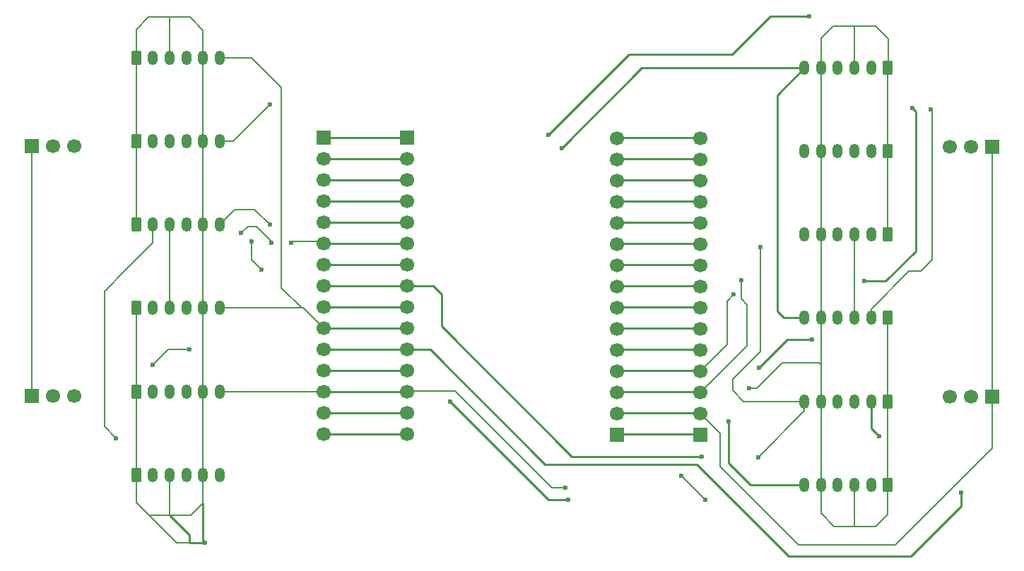
<source format=gbr>
%TF.GenerationSoftware,KiCad,Pcbnew,9.0.7*%
%TF.CreationDate,2026-02-06T13:42:45-05:00*%
%TF.ProjectId,ESP_Breakout,4553505f-4272-4656-916b-6f75742e6b69,rev?*%
%TF.SameCoordinates,Original*%
%TF.FileFunction,Copper,L2,Bot*%
%TF.FilePolarity,Positive*%
%FSLAX46Y46*%
G04 Gerber Fmt 4.6, Leading zero omitted, Abs format (unit mm)*
G04 Created by KiCad (PCBNEW 9.0.7) date 2026-02-06 13:42:45*
%MOMM*%
%LPD*%
G01*
G04 APERTURE LIST*
G04 Aperture macros list*
%AMRoundRect*
0 Rectangle with rounded corners*
0 $1 Rounding radius*
0 $2 $3 $4 $5 $6 $7 $8 $9 X,Y pos of 4 corners*
0 Add a 4 corners polygon primitive as box body*
4,1,4,$2,$3,$4,$5,$6,$7,$8,$9,$2,$3,0*
0 Add four circle primitives for the rounded corners*
1,1,$1+$1,$2,$3*
1,1,$1+$1,$4,$5*
1,1,$1+$1,$6,$7*
1,1,$1+$1,$8,$9*
0 Add four rect primitives between the rounded corners*
20,1,$1+$1,$2,$3,$4,$5,0*
20,1,$1+$1,$4,$5,$6,$7,0*
20,1,$1+$1,$6,$7,$8,$9,0*
20,1,$1+$1,$8,$9,$2,$3,0*%
G04 Aperture macros list end*
%TA.AperFunction,ComponentPad*%
%ADD10R,1.700000X1.700000*%
%TD*%
%TA.AperFunction,ComponentPad*%
%ADD11C,1.700000*%
%TD*%
%TA.AperFunction,ComponentPad*%
%ADD12RoundRect,0.250000X-0.350000X-0.625000X0.350000X-0.625000X0.350000X0.625000X-0.350000X0.625000X0*%
%TD*%
%TA.AperFunction,ComponentPad*%
%ADD13O,1.200000X1.750000*%
%TD*%
%TA.AperFunction,ComponentPad*%
%ADD14RoundRect,0.250000X0.350000X0.625000X-0.350000X0.625000X-0.350000X-0.625000X0.350000X-0.625000X0*%
%TD*%
%TA.AperFunction,ViaPad*%
%ADD15C,0.600000*%
%TD*%
%TA.AperFunction,Conductor*%
%ADD16C,0.250000*%
%TD*%
%TA.AperFunction,Conductor*%
%ADD17C,0.200000*%
%TD*%
G04 APERTURE END LIST*
D10*
%TO.P,J5,1,Pin_1*%
%TO.N,+3.3V*%
X213990000Y-94450000D03*
D11*
%TO.P,J5,2,Pin_2*%
%TO.N,Net-(J5-Pin_2)*%
X211450000Y-94450000D03*
%TO.P,J5,3,Pin_3*%
%TO.N,GND*%
X208910000Y-94450000D03*
%TD*%
D12*
%TO.P,J_Drive4,1,1*%
%TO.N,GND*%
X111400000Y-93810000D03*
D13*
%TO.P,J_Drive4,2,2*%
%TO.N,/Drive_Ena+*%
X113400000Y-93810000D03*
%TO.P,J_Drive4,3,3*%
%TO.N,Net-(J6-Pin_2)*%
X115400000Y-93810000D03*
%TO.P,J_Drive4,4,4*%
%TO.N,/Drive_Dir+*%
X117400000Y-93810000D03*
%TO.P,J_Drive4,5,5*%
%TO.N,GND*%
X119400000Y-93810000D03*
%TO.P,J_Drive4,6,6*%
%TO.N,/Drive_Pul+*%
X121400000Y-93810000D03*
%TD*%
D12*
%TO.P,J_Turn1,1,1*%
%TO.N,GND*%
X111400000Y-73810000D03*
D13*
%TO.P,J_Turn1,2,2*%
%TO.N,/Turn_Ena+*%
X113400000Y-73810000D03*
%TO.P,J_Turn1,3,3*%
%TO.N,GND*%
X115400000Y-73810000D03*
%TO.P,J_Turn1,4,4*%
%TO.N,/Turn1_Dir+*%
X117400000Y-73810000D03*
%TO.P,J_Turn1,5,5*%
%TO.N,GND*%
X119400000Y-73810000D03*
%TO.P,J_Turn1,6,6*%
%TO.N,/Turn1_Pul+*%
X121400000Y-73810000D03*
%TD*%
D10*
%TO.P,J8,1,Pin_1*%
%TO.N,Net-(J1-Pin_1)*%
X133850000Y-63410000D03*
D11*
%TO.P,J8,2,Pin_2*%
%TO.N,Net-(J1-Pin_2)*%
X133850000Y-65950000D03*
%TO.P,J8,3,Pin_3*%
%TO.N,Net-(J1-Pin_3)*%
X133850000Y-68490000D03*
%TO.P,J8,4,Pin_4*%
%TO.N,Net-(J1-Pin_4)*%
X133850000Y-71030000D03*
%TO.P,J8,5,Pin_5*%
%TO.N,Net-(J1-Pin_5)*%
X133850000Y-73570000D03*
%TO.P,J8,6,Pin_6*%
%TO.N,/Turn1_Dir+*%
X133850000Y-76110000D03*
%TO.P,J8,7,Pin_7*%
%TO.N,/Turn1_Pul+*%
X133850000Y-78650000D03*
%TO.P,J8,8,Pin_8*%
%TO.N,/Lift_Ena+*%
X133850000Y-81190000D03*
%TO.P,J8,9,Pin_9*%
%TO.N,/Lift_Dir+*%
X133850000Y-83730000D03*
%TO.P,J8,10,Pin_10*%
%TO.N,/Lift_Pul+*%
X133850000Y-86270000D03*
%TO.P,J8,11,Pin_11*%
%TO.N,/Drive_Ena+*%
X133850000Y-88810000D03*
%TO.P,J8,12,Pin_12*%
%TO.N,/Drive_Dir+*%
X133850000Y-91350000D03*
%TO.P,J8,13,Pin_13*%
%TO.N,/Drive_Pul+*%
X133850000Y-93890000D03*
%TO.P,J8,14,Pin_14*%
%TO.N,Net-(J1-Pin_14)*%
X133850000Y-96430000D03*
%TO.P,J8,15,Pin_15*%
%TO.N,Net-(J1-Pin_15)*%
X133850000Y-98970000D03*
%TD*%
D12*
%TO.P,J_Lift4,1,1*%
%TO.N,GND*%
X111400000Y-83810000D03*
D13*
%TO.P,J_Lift4,2,2*%
%TO.N,/Lift_Ena+*%
X113400000Y-83810000D03*
%TO.P,J_Lift4,3,3*%
%TO.N,GND*%
X115400000Y-83810000D03*
%TO.P,J_Lift4,4,4*%
%TO.N,/Lift_Dir+*%
X117400000Y-83810000D03*
%TO.P,J_Lift4,5,5*%
%TO.N,GND*%
X119400000Y-83810000D03*
%TO.P,J_Lift4,6,6*%
%TO.N,/Lift_Pul+*%
X121400000Y-83810000D03*
%TD*%
D14*
%TO.P,J_Turn2,1,1*%
%TO.N,GND*%
X201450000Y-75000000D03*
D13*
%TO.P,J_Turn2,2,2*%
%TO.N,/Turn_Ena+*%
X199450000Y-75000000D03*
%TO.P,J_Turn2,3,3*%
%TO.N,GND*%
X197450000Y-75000000D03*
%TO.P,J_Turn2,4,4*%
%TO.N,/Turn2_Dir+*%
X195450000Y-75000000D03*
%TO.P,J_Turn2,5,5*%
%TO.N,GND*%
X193450000Y-75000000D03*
%TO.P,J_Turn2,6,6*%
%TO.N,/Turn2_Pul+*%
X191450000Y-75000000D03*
%TD*%
D12*
%TO.P,J_Drive1,1,1*%
%TO.N,GND*%
X111400000Y-63810000D03*
D13*
%TO.P,J_Drive1,2,2*%
%TO.N,/Drive_Ena+*%
X113400000Y-63810000D03*
%TO.P,J_Drive1,3,3*%
%TO.N,Net-(J3-Pin_2)*%
X115400000Y-63810000D03*
%TO.P,J_Drive1,4,4*%
%TO.N,/Drive_Dir+*%
X117400000Y-63810000D03*
%TO.P,J_Drive1,5,5*%
%TO.N,GND*%
X119400000Y-63810000D03*
%TO.P,J_Drive1,6,6*%
%TO.N,/Drive_Pul+*%
X121400000Y-63810000D03*
%TD*%
D14*
%TO.P,J_Drive3,1,1*%
%TO.N,GND*%
X201450000Y-95000000D03*
D13*
%TO.P,J_Drive3,2,2*%
%TO.N,/Drive_Ena+*%
X199450000Y-95000000D03*
%TO.P,J_Drive3,3,3*%
%TO.N,Net-(J5-Pin_2)*%
X197450000Y-95000000D03*
%TO.P,J_Drive3,4,4*%
%TO.N,/Drive_Dir+*%
X195450000Y-95000000D03*
%TO.P,J_Drive3,5,5*%
%TO.N,GND*%
X193450000Y-95000000D03*
%TO.P,J_Drive3,6,6*%
%TO.N,/Drive_Pul+*%
X191450000Y-95000000D03*
%TD*%
D10*
%TO.P,J2,1,Pin_1*%
%TO.N,GND*%
X169000000Y-99000000D03*
D11*
%TO.P,J2,2,Pin_2*%
%TO.N,+3.3V*%
X169000000Y-96460000D03*
%TO.P,J2,3,Pin_3*%
%TO.N,/Turn2_Pul+*%
X169000000Y-93920000D03*
%TO.P,J2,4,Pin_4*%
%TO.N,/Turn2_Dir+*%
X169000000Y-91380000D03*
%TO.P,J2,5,Pin_5*%
%TO.N,/Turn3_Pul+*%
X169000000Y-88840000D03*
%TO.P,J2,6,Pin_6*%
%TO.N,/Turn3_Dir+*%
X169000000Y-86300000D03*
%TO.P,J2,7,Pin_7*%
%TO.N,/Turn_Ena+*%
X169000000Y-83760000D03*
%TO.P,J2,8,Pin_8*%
%TO.N,Net-(J2-Pin_8)*%
X169000000Y-81220000D03*
%TO.P,J2,9,Pin_9*%
%TO.N,Net-(J2-Pin_9)*%
X169000000Y-78680000D03*
%TO.P,J2,10,Pin_10*%
%TO.N,Net-(J2-Pin_10)*%
X169000000Y-76140000D03*
%TO.P,J2,11,Pin_11*%
%TO.N,/Turn4_Dir+*%
X169000000Y-73600000D03*
%TO.P,J2,12,Pin_12*%
%TO.N,Net-(J2-Pin_12)*%
X169000000Y-71060000D03*
%TO.P,J2,13,Pin_13*%
%TO.N,Net-(J2-Pin_13)*%
X169000000Y-68520000D03*
%TO.P,J2,14,Pin_14*%
%TO.N,/Turn4_Pul+*%
X169000000Y-65980000D03*
%TO.P,J2,15,Pin_15*%
%TO.N,Net-(J2-Pin_15)*%
X169000000Y-63440000D03*
%TD*%
D14*
%TO.P,J_Lift3,1,1*%
%TO.N,GND*%
X201450000Y-85000000D03*
D13*
%TO.P,J_Lift3,2,2*%
%TO.N,/Lift_Ena+*%
X199450000Y-85000000D03*
%TO.P,J_Lift3,3,3*%
%TO.N,GND*%
X197450000Y-85000000D03*
%TO.P,J_Lift3,4,4*%
%TO.N,/Lift_Dir+*%
X195450000Y-85000000D03*
%TO.P,J_Lift3,5,5*%
%TO.N,GND*%
X193450000Y-85000000D03*
%TO.P,J_Lift3,6,6*%
%TO.N,/Lift_Pul+*%
X191450000Y-85000000D03*
%TD*%
D10*
%TO.P,J3,1,Pin_1*%
%TO.N,+3.3V*%
X98860000Y-64360000D03*
D11*
%TO.P,J3,2,Pin_2*%
%TO.N,Net-(J3-Pin_2)*%
X101400000Y-64360000D03*
%TO.P,J3,3,Pin_3*%
%TO.N,GND*%
X103940000Y-64360000D03*
%TD*%
D10*
%TO.P,J1,1,Pin_1*%
%TO.N,Net-(J1-Pin_1)*%
X143850000Y-63410000D03*
D11*
%TO.P,J1,2,Pin_2*%
%TO.N,Net-(J1-Pin_2)*%
X143850000Y-65950000D03*
%TO.P,J1,3,Pin_3*%
%TO.N,Net-(J1-Pin_3)*%
X143850000Y-68490000D03*
%TO.P,J1,4,Pin_4*%
%TO.N,Net-(J1-Pin_4)*%
X143850000Y-71030000D03*
%TO.P,J1,5,Pin_5*%
%TO.N,Net-(J1-Pin_5)*%
X143850000Y-73570000D03*
%TO.P,J1,6,Pin_6*%
%TO.N,/Turn1_Dir+*%
X143850000Y-76110000D03*
%TO.P,J1,7,Pin_7*%
%TO.N,/Turn1_Pul+*%
X143850000Y-78650000D03*
%TO.P,J1,8,Pin_8*%
%TO.N,/Lift_Ena+*%
X143850000Y-81190000D03*
%TO.P,J1,9,Pin_9*%
%TO.N,/Lift_Dir+*%
X143850000Y-83730000D03*
%TO.P,J1,10,Pin_10*%
%TO.N,/Lift_Pul+*%
X143850000Y-86270000D03*
%TO.P,J1,11,Pin_11*%
%TO.N,/Drive_Ena+*%
X143850000Y-88810000D03*
%TO.P,J1,12,Pin_12*%
%TO.N,/Drive_Dir+*%
X143850000Y-91350000D03*
%TO.P,J1,13,Pin_13*%
%TO.N,/Drive_Pul+*%
X143850000Y-93890000D03*
%TO.P,J1,14,Pin_14*%
%TO.N,Net-(J1-Pin_14)*%
X143850000Y-96430000D03*
%TO.P,J1,15,Pin_15*%
%TO.N,Net-(J1-Pin_15)*%
X143850000Y-98970000D03*
%TD*%
D10*
%TO.P,J6,1,Pin_1*%
%TO.N,+3.3V*%
X98860000Y-94360000D03*
D11*
%TO.P,J6,2,Pin_2*%
%TO.N,Net-(J6-Pin_2)*%
X101400000Y-94360000D03*
%TO.P,J6,3,Pin_3*%
%TO.N,GND*%
X103940000Y-94360000D03*
%TD*%
D12*
%TO.P,J_Turn4,1,1*%
%TO.N,GND*%
X111400000Y-103810000D03*
D13*
%TO.P,J_Turn4,2,2*%
%TO.N,/Turn_Ena+*%
X113400000Y-103810000D03*
%TO.P,J_Turn4,3,3*%
%TO.N,GND*%
X115400000Y-103810000D03*
%TO.P,J_Turn4,4,4*%
%TO.N,/Turn4_Dir+*%
X117400000Y-103810000D03*
%TO.P,J_Turn4,5,5*%
%TO.N,GND*%
X119400000Y-103810000D03*
%TO.P,J_Turn4,6,6*%
%TO.N,/Turn4_Pul+*%
X121400000Y-103810000D03*
%TD*%
D14*
%TO.P,J_Turn3,1,1*%
%TO.N,GND*%
X201450000Y-105000000D03*
D13*
%TO.P,J_Turn3,2,2*%
%TO.N,/Turn_Ena+*%
X199450000Y-105000000D03*
%TO.P,J_Turn3,3,3*%
%TO.N,GND*%
X197450000Y-105000000D03*
%TO.P,J_Turn3,4,4*%
%TO.N,/Turn3_Dir+*%
X195450000Y-105000000D03*
%TO.P,J_Turn3,5,5*%
%TO.N,GND*%
X193450000Y-105000000D03*
%TO.P,J_Turn3,6,6*%
%TO.N,/Turn3_Pul+*%
X191450000Y-105000000D03*
%TD*%
D14*
%TO.P,J_Lift2,1,1*%
%TO.N,GND*%
X201450000Y-55000000D03*
D13*
%TO.P,J_Lift2,2,2*%
%TO.N,/Lift_Ena+*%
X199450000Y-55000000D03*
%TO.P,J_Lift2,3,3*%
%TO.N,GND*%
X197450000Y-55000000D03*
%TO.P,J_Lift2,4,4*%
%TO.N,/Lift_Dir+*%
X195450000Y-55000000D03*
%TO.P,J_Lift2,5,5*%
%TO.N,GND*%
X193450000Y-55000000D03*
%TO.P,J_Lift2,6,6*%
%TO.N,/Lift_Pul+*%
X191450000Y-55000000D03*
%TD*%
D12*
%TO.P,J_Lift1,1,1*%
%TO.N,GND*%
X111400000Y-53810000D03*
D13*
%TO.P,J_Lift1,2,2*%
%TO.N,/Lift_Ena+*%
X113400000Y-53810000D03*
%TO.P,J_Lift1,3,3*%
%TO.N,GND*%
X115400000Y-53810000D03*
%TO.P,J_Lift1,4,4*%
%TO.N,/Lift_Dir+*%
X117400000Y-53810000D03*
%TO.P,J_Lift1,5,5*%
%TO.N,GND*%
X119400000Y-53810000D03*
%TO.P,J_Lift1,6,6*%
%TO.N,/Lift_Pul+*%
X121400000Y-53810000D03*
%TD*%
D10*
%TO.P,J7,1,Pin_1*%
%TO.N,GND*%
X179000000Y-99000000D03*
D11*
%TO.P,J7,2,Pin_2*%
%TO.N,+3.3V*%
X179000000Y-96460000D03*
%TO.P,J7,3,Pin_3*%
%TO.N,/Turn2_Pul+*%
X179000000Y-93920000D03*
%TO.P,J7,4,Pin_4*%
%TO.N,/Turn2_Dir+*%
X179000000Y-91380000D03*
%TO.P,J7,5,Pin_5*%
%TO.N,/Turn3_Pul+*%
X179000000Y-88840000D03*
%TO.P,J7,6,Pin_6*%
%TO.N,/Turn3_Dir+*%
X179000000Y-86300000D03*
%TO.P,J7,7,Pin_7*%
%TO.N,/Turn_Ena+*%
X179000000Y-83760000D03*
%TO.P,J7,8,Pin_8*%
%TO.N,Net-(J2-Pin_8)*%
X179000000Y-81220000D03*
%TO.P,J7,9,Pin_9*%
%TO.N,Net-(J2-Pin_9)*%
X179000000Y-78680000D03*
%TO.P,J7,10,Pin_10*%
%TO.N,Net-(J2-Pin_10)*%
X179000000Y-76140000D03*
%TO.P,J7,11,Pin_11*%
%TO.N,/Turn4_Dir+*%
X179000000Y-73600000D03*
%TO.P,J7,12,Pin_12*%
%TO.N,Net-(J2-Pin_12)*%
X179000000Y-71060000D03*
%TO.P,J7,13,Pin_13*%
%TO.N,Net-(J2-Pin_13)*%
X179000000Y-68520000D03*
%TO.P,J7,14,Pin_14*%
%TO.N,/Turn4_Pul+*%
X179000000Y-65980000D03*
%TO.P,J7,15,Pin_15*%
%TO.N,Net-(J2-Pin_15)*%
X179000000Y-63440000D03*
%TD*%
D10*
%TO.P,J4,1,Pin_1*%
%TO.N,+3.3V*%
X213990000Y-64450000D03*
D11*
%TO.P,J4,2,Pin_2*%
%TO.N,Net-(J4-Pin_2)*%
X211450000Y-64450000D03*
%TO.P,J4,3,Pin_3*%
%TO.N,GND*%
X208910000Y-64450000D03*
%TD*%
D14*
%TO.P,J_Drive2,1,1*%
%TO.N,GND*%
X201450000Y-65000000D03*
D13*
%TO.P,J_Drive2,2,2*%
%TO.N,/Drive_Ena+*%
X199450000Y-65000000D03*
%TO.P,J_Drive2,3,3*%
%TO.N,Net-(J4-Pin_2)*%
X197450000Y-65000000D03*
%TO.P,J_Drive2,4,4*%
%TO.N,/Drive_Dir+*%
X195450000Y-65000000D03*
%TO.P,J_Drive2,5,5*%
%TO.N,GND*%
X193450000Y-65000000D03*
%TO.P,J_Drive2,6,6*%
%TO.N,/Drive_Pul+*%
X191450000Y-65000000D03*
%TD*%
D15*
%TO.N,/Turn1_Pul+*%
X127390000Y-73810000D03*
%TO.N,/Lift_Dir+*%
X126400000Y-79200000D03*
X204400000Y-59800000D03*
X160800000Y-63000000D03*
X125200000Y-75800000D03*
X198600000Y-80600000D03*
X192000000Y-48800000D03*
%TO.N,/Lift_Ena+*%
X192400000Y-87600000D03*
X206600000Y-60000000D03*
X186000000Y-91000000D03*
X179200000Y-101600000D03*
%TO.N,/Drive_Dir+*%
X163200000Y-106800000D03*
X149000000Y-95000000D03*
%TO.N,/Lift_Pul+*%
X162400000Y-64600000D03*
%TO.N,/Drive_Ena+*%
X117810000Y-88810000D03*
X210200000Y-106000000D03*
X113400000Y-90600000D03*
X200400000Y-99200000D03*
%TO.N,/Turn1_Dir+*%
X124000000Y-74800000D03*
X130000000Y-76000000D03*
X127600000Y-76000000D03*
%TO.N,/Drive_Pul+*%
X127400000Y-59400000D03*
X185900000Y-101700000D03*
X162800000Y-105400000D03*
X186200000Y-76500000D03*
%TO.N,/Turn_Ena+*%
X109000000Y-99400000D03*
%TO.N,/Turn2_Dir+*%
X183000000Y-82200000D03*
%TO.N,/Turn3_Pul+*%
X182400000Y-97400000D03*
%TO.N,/Turn2_Pul+*%
X183900000Y-80500000D03*
%TO.N,/Turn3_Dir+*%
X176700000Y-103900000D03*
X179600000Y-106800000D03*
%TO.N,GND*%
X184800000Y-93400000D03*
X119600000Y-112000000D03*
%TD*%
D16*
%TO.N,Net-(J1-Pin_3)*%
X133850000Y-68490000D02*
X143850000Y-68490000D01*
%TO.N,/Turn1_Pul+*%
X133850000Y-78650000D02*
X143850000Y-78650000D01*
D17*
X123210000Y-72000000D02*
X125580000Y-72000000D01*
X121400000Y-73810000D02*
X123210000Y-72000000D01*
X127390000Y-73810000D02*
X127400000Y-73800000D01*
X125580000Y-72000000D02*
X127390000Y-73810000D01*
D16*
%TO.N,/Lift_Dir+*%
X204800000Y-77000000D02*
X201200000Y-80600000D01*
X133850000Y-83730000D02*
X143850000Y-83730000D01*
X204800000Y-60200000D02*
X204800000Y-77000000D01*
X160800000Y-63000000D02*
X170400000Y-53400000D01*
D17*
X125200000Y-75800000D02*
X125200000Y-78000000D01*
D16*
X204400000Y-59800000D02*
X204800000Y-60200000D01*
D17*
X125200000Y-78000000D02*
X126400000Y-79200000D01*
D16*
X201200000Y-80600000D02*
X198600000Y-80600000D01*
X187400000Y-48800000D02*
X192000000Y-48800000D01*
X170400000Y-53400000D02*
X182800000Y-53400000D01*
X182800000Y-53400000D02*
X187400000Y-48800000D01*
%TO.N,/Lift_Ena+*%
X148000000Y-86000000D02*
X148000000Y-82200000D01*
X186000000Y-91000000D02*
X189400000Y-87600000D01*
X163600000Y-101600000D02*
X148000000Y-86000000D01*
D17*
X204000000Y-79400000D02*
X199450000Y-83950000D01*
D16*
X179200000Y-101600000D02*
X163600000Y-101600000D01*
D17*
X206800000Y-60200000D02*
X206800000Y-78000000D01*
X206800000Y-78000000D02*
X205400000Y-79400000D01*
X205400000Y-79400000D02*
X204000000Y-79400000D01*
D16*
X143850000Y-81190000D02*
X143850000Y-81850000D01*
X133850000Y-81190000D02*
X143850000Y-81190000D01*
D17*
X199450000Y-83950000D02*
X199450000Y-85000000D01*
X206600000Y-60000000D02*
X206800000Y-60200000D01*
D16*
X148000000Y-82200000D02*
X146990000Y-81190000D01*
X189400000Y-87600000D02*
X192400000Y-87600000D01*
X143850000Y-81650000D02*
X143850000Y-81190000D01*
X146990000Y-81190000D02*
X143850000Y-81190000D01*
%TO.N,/Drive_Dir+*%
X160800000Y-106800000D02*
X149000000Y-95000000D01*
X163200000Y-106800000D02*
X160800000Y-106800000D01*
X133850000Y-91350000D02*
X143850000Y-91350000D01*
%TO.N,Net-(J1-Pin_14)*%
X133850000Y-96430000D02*
X143850000Y-96430000D01*
%TO.N,Net-(J1-Pin_4)*%
X143850000Y-71030000D02*
X133850000Y-71030000D01*
%TO.N,Net-(J1-Pin_15)*%
X133850000Y-98970000D02*
X143850000Y-98970000D01*
%TO.N,Net-(J1-Pin_5)*%
X133850000Y-73570000D02*
X143850000Y-73570000D01*
%TO.N,/Lift_Pul+*%
X133850000Y-86270000D02*
X143850000Y-86270000D01*
X188200000Y-84200000D02*
X189000000Y-85000000D01*
D17*
X128800000Y-81410000D02*
X131200000Y-83810000D01*
D16*
X189000000Y-85000000D02*
X191450000Y-85000000D01*
X191450000Y-55000000D02*
X188200000Y-58250000D01*
D17*
X121400000Y-83810000D02*
X131200000Y-83810000D01*
X131390000Y-83810000D02*
X133850000Y-86270000D01*
X125210000Y-53810000D02*
X128800000Y-57400000D01*
D16*
X188200000Y-58250000D02*
X188200000Y-84200000D01*
X172000000Y-55000000D02*
X191450000Y-55000000D01*
D17*
X121400000Y-53810000D02*
X125210000Y-53810000D01*
D16*
X162400000Y-64600000D02*
X172000000Y-55000000D01*
D17*
X128800000Y-57400000D02*
X128800000Y-81410000D01*
X131200000Y-83810000D02*
X131390000Y-83810000D01*
D16*
%TO.N,Net-(J1-Pin_2)*%
X143850000Y-65950000D02*
X133850000Y-65950000D01*
%TO.N,Net-(J1-Pin_1)*%
X133850000Y-63410000D02*
X143850000Y-63410000D01*
D17*
%TO.N,/Drive_Ena+*%
X117800000Y-88800000D02*
X115200000Y-88800000D01*
D16*
X160350000Y-102550000D02*
X178550000Y-102550000D01*
X210200000Y-107600000D02*
X210200000Y-106000000D01*
X189600000Y-113600000D02*
X204200000Y-113600000D01*
X199450000Y-98250000D02*
X199450000Y-95000000D01*
X143850000Y-88810000D02*
X146610000Y-88810000D01*
D17*
X115200000Y-88800000D02*
X113400000Y-90600000D01*
D16*
X133850000Y-88810000D02*
X143850000Y-88810000D01*
D17*
X117810000Y-88810000D02*
X117800000Y-88800000D01*
D16*
X200400000Y-99200000D02*
X199450000Y-98250000D01*
X178550000Y-102550000D02*
X189600000Y-113600000D01*
X146610000Y-88810000D02*
X160350000Y-102550000D01*
X204200000Y-113600000D02*
X210200000Y-107600000D01*
D17*
%TO.N,/Turn1_Dir+*%
X124800000Y-74000000D02*
X125800000Y-74000000D01*
X133540000Y-75800000D02*
X133850000Y-76110000D01*
D16*
X143850000Y-76110000D02*
X133850000Y-76110000D01*
D17*
X130000000Y-76000000D02*
X130200000Y-75800000D01*
X124000000Y-74800000D02*
X124800000Y-74000000D01*
X130200000Y-75800000D02*
X133540000Y-75800000D01*
X127600000Y-75800000D02*
X127600000Y-76000000D01*
X125800000Y-74000000D02*
X127600000Y-75800000D01*
%TO.N,/Drive_Pul+*%
X186200000Y-76500000D02*
X186200000Y-89000000D01*
X161200000Y-105400000D02*
X149600000Y-93800000D01*
D16*
X133850000Y-93890000D02*
X143850000Y-93890000D01*
D17*
X191450000Y-96150000D02*
X191450000Y-95000000D01*
X186200000Y-89000000D02*
X182850000Y-92350000D01*
X162800000Y-105400000D02*
X161200000Y-105400000D01*
X184200000Y-95000000D02*
X191450000Y-95000000D01*
X149600000Y-93800000D02*
X143940000Y-93800000D01*
X143940000Y-93800000D02*
X143850000Y-93890000D01*
X121400000Y-93810000D02*
X133770000Y-93810000D01*
X122990000Y-63810000D02*
X127400000Y-59400000D01*
X182850000Y-93650000D02*
X184200000Y-95000000D01*
X133770000Y-93810000D02*
X133850000Y-93890000D01*
X185900000Y-101700000D02*
X191450000Y-96150000D01*
X182850000Y-92350000D02*
X182850000Y-93650000D01*
X121400000Y-63810000D02*
X122990000Y-63810000D01*
D16*
%TO.N,/Turn4_Pul+*%
X169250000Y-65950000D02*
X179250000Y-65950000D01*
%TO.N,Net-(J2-Pin_12)*%
X169250000Y-71030000D02*
X179250000Y-71030000D01*
D17*
%TO.N,/Turn_Ena+*%
X113400000Y-76000000D02*
X110200000Y-79200000D01*
X113400000Y-73810000D02*
X113400000Y-76000000D01*
D16*
X169250000Y-83730000D02*
X179250000Y-83730000D01*
D17*
X110200000Y-79200000D02*
X107600000Y-81800000D01*
X107600000Y-98000000D02*
X109000000Y-99400000D01*
X107600000Y-81800000D02*
X107600000Y-98000000D01*
%TO.N,/Turn2_Dir+*%
X179000000Y-91380000D02*
X182200000Y-88180000D01*
X182200000Y-88180000D02*
X182200000Y-83000000D01*
D16*
X169250000Y-91350000D02*
X179250000Y-91350000D01*
D17*
X182200000Y-83000000D02*
X183000000Y-82200000D01*
D16*
%TO.N,/Turn3_Pul+*%
X169250000Y-88810000D02*
X179250000Y-88810000D01*
X182400000Y-102400000D02*
X182400000Y-97400000D01*
X191450000Y-105000000D02*
X185000000Y-105000000D01*
X185000000Y-105000000D02*
X182400000Y-102400000D01*
%TO.N,Net-(J2-Pin_15)*%
X169250000Y-63410000D02*
X179250000Y-63410000D01*
%TO.N,Net-(J2-Pin_9)*%
X169250000Y-78650000D02*
X179250000Y-78650000D01*
%TO.N,Net-(J2-Pin_10)*%
X169250000Y-76110000D02*
X179250000Y-76110000D01*
%TO.N,Net-(J2-Pin_13)*%
X169250000Y-68490000D02*
X179250000Y-68490000D01*
%TO.N,Net-(J2-Pin_8)*%
X169250000Y-81190000D02*
X179250000Y-81190000D01*
D17*
%TO.N,/Turn2_Pul+*%
X184600000Y-88320000D02*
X179000000Y-93920000D01*
X184600000Y-83400000D02*
X184600000Y-88320000D01*
D16*
X169250000Y-93890000D02*
X179250000Y-93890000D01*
D17*
X183900000Y-80500000D02*
X183900000Y-82700000D01*
X183900000Y-82700000D02*
X184600000Y-83400000D01*
D16*
%TO.N,/Turn3_Dir+*%
X169250000Y-86270000D02*
X179250000Y-86270000D01*
D17*
X179600000Y-106800000D02*
X176700000Y-103900000D01*
D16*
%TO.N,/Turn4_Dir+*%
X169250000Y-73570000D02*
X179250000Y-73570000D01*
D17*
%TO.N,GND*%
X184800000Y-93400000D02*
X185800000Y-93400000D01*
D16*
X110850000Y-64360000D02*
X111400000Y-63810000D01*
X119600000Y-112000000D02*
X119400000Y-111800000D01*
D17*
X193250000Y-90400000D02*
X193450000Y-90600000D01*
X197450000Y-109950000D02*
X197400000Y-110000000D01*
X197400000Y-110000000D02*
X200000000Y-110000000D01*
X197450000Y-49975000D02*
X194950000Y-49975000D01*
X115400000Y-108675000D02*
X117950000Y-108675000D01*
X111400000Y-83810000D02*
X111400000Y-103810000D01*
X201500000Y-51525000D02*
X199950000Y-49975000D01*
X197450000Y-105000000D02*
X197450000Y-109950000D01*
X201500000Y-54975000D02*
X201500000Y-51525000D01*
X193450000Y-105000000D02*
X193450000Y-108450000D01*
X111400000Y-107125000D02*
X112950000Y-108675000D01*
X119400000Y-53925000D02*
X119400000Y-50475000D01*
X197450000Y-55000000D02*
X197450000Y-49975000D01*
X201450000Y-55000000D02*
X201450000Y-75000000D01*
X193450000Y-55000000D02*
X193450000Y-90600000D01*
X119400000Y-50475000D02*
X117850000Y-48925000D01*
X188800000Y-90400000D02*
X193250000Y-90400000D01*
X194950000Y-49975000D02*
X193500000Y-51425000D01*
D16*
X110850000Y-94360000D02*
X111400000Y-93810000D01*
D17*
X201450000Y-85000000D02*
X201450000Y-105000000D01*
X115400000Y-48925000D02*
X112850000Y-48925000D01*
X193450000Y-108450000D02*
X195000000Y-110000000D01*
X117850000Y-48925000D02*
X115400000Y-48925000D01*
D16*
X169250000Y-98970000D02*
X179250000Y-98970000D01*
D17*
X111400000Y-53810000D02*
X111400000Y-73810000D01*
D16*
X119600000Y-112000000D02*
X117800000Y-112000000D01*
D17*
X115400000Y-53810000D02*
X115400000Y-48925000D01*
X199950000Y-49975000D02*
X197450000Y-49975000D01*
D16*
X117800000Y-111075000D02*
X115400000Y-108675000D01*
D17*
X112850000Y-48925000D02*
X111400000Y-50375000D01*
X119400000Y-107225000D02*
X119400000Y-103675000D01*
X115400000Y-103810000D02*
X115400000Y-108675000D01*
X200000000Y-110000000D02*
X201450000Y-108550000D01*
X117950000Y-108675000D02*
X119400000Y-107225000D01*
D16*
X208360000Y-65000000D02*
X208910000Y-64450000D01*
D17*
X119400000Y-53810000D02*
X119400000Y-103810000D01*
X193450000Y-90600000D02*
X193450000Y-105000000D01*
X117800000Y-112000000D02*
X116275000Y-112000000D01*
D16*
X117800000Y-112000000D02*
X117800000Y-111075000D01*
D17*
X115400000Y-73810000D02*
X115400000Y-83810000D01*
X111400000Y-50375000D02*
X111400000Y-53925000D01*
D16*
X208360000Y-95000000D02*
X208910000Y-94450000D01*
D17*
X116275000Y-112000000D02*
X112950000Y-108675000D01*
D16*
X119400000Y-111800000D02*
X119400000Y-107225000D01*
D17*
X112950000Y-108675000D02*
X115400000Y-108675000D01*
X193500000Y-51425000D02*
X193500000Y-54975000D01*
X197450000Y-75000000D02*
X197450000Y-85000000D01*
X201450000Y-108550000D02*
X201450000Y-105000000D01*
X111400000Y-103675000D02*
X111400000Y-107125000D01*
X185800000Y-93400000D02*
X188800000Y-90400000D01*
X195000000Y-110000000D02*
X197400000Y-110000000D01*
%TO.N,+3.3V*%
X202400000Y-112200000D02*
X213990000Y-100610000D01*
X179000000Y-96460000D02*
X181400000Y-98860000D01*
X213990000Y-64450000D02*
X213990000Y-94450000D01*
X190800000Y-112200000D02*
X202400000Y-112200000D01*
X181400000Y-98860000D02*
X181400000Y-102800000D01*
X98860000Y-64360000D02*
X98860000Y-94360000D01*
D16*
X169250000Y-96430000D02*
X179250000Y-96430000D01*
D17*
X213990000Y-100610000D02*
X213990000Y-94450000D01*
X181400000Y-102800000D02*
X190800000Y-112200000D01*
%TD*%
M02*

</source>
